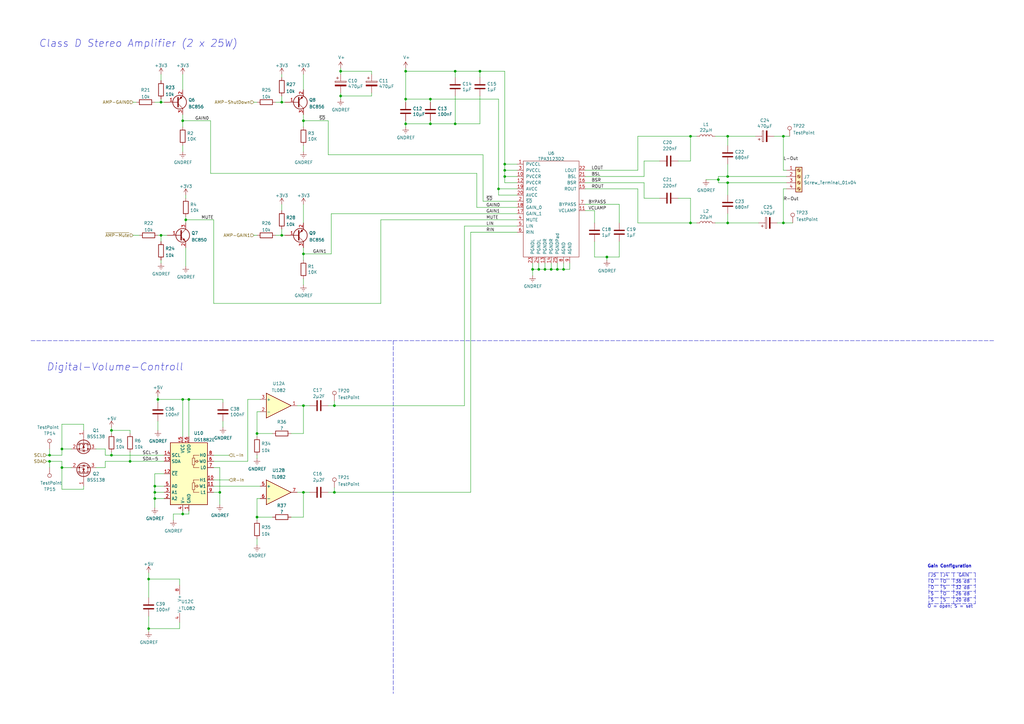
<source format=kicad_sch>
(kicad_sch (version 20211123) (generator eeschema)
  (paper "A3")
  (lib_symbols
    (symbol "Amplifier_Operational:TL082" (pin_names (offset 0.127))
      (property "Reference" "U" (at 0 5.08 0))
      (property "Value" "TL082" (at 0 -5.08 0))
      (symbol "TL082_1_1"
        (pin output line (at 7.62 0 180) (length 2.54) (name "~") (number "1"))
        (pin input line (at -7.62 -2.54 0) (length 2.54) (name "-") (number "2"))
        (pin input line (at -7.62 2.54 0) (length 2.54) (name "+") (number "3"))
      )
      (symbol "TL082_2_1"
        (pin input line (at -7.62 2.54 0) (length 2.54) (name "+") (number "5"))
        (pin input line (at -7.62 -2.54 0) (length 2.54) (name "-") (number "6"))
        (pin output line (at 7.62 0 180) (length 2.54) (name "~") (number "7"))
      )
      (symbol "TL082_3_1"
        (pin power_in line (at -2.54 -7.62 90) (length 3.81) (name "V-") (number "4"))
        (pin power_in line (at -2.54 7.62 270) (length 3.81) (name "V+") (number "8"))
      )
    )
    (symbol "Connector:Screw_Terminal_01x04" (pin_names (offset 1.016) hide)
      (property "Reference" "J" (at 0 5.08 0))
      (property "Value" "Screw_Terminal_01x04" (at 0 -7.62 0))
      (symbol "Screw_Terminal_01x04_1_1"
        (pin passive line (at -5.08 2.54 0) (length 3.81) (name "Pin_1") (number "1"))
        (pin passive line (at -5.08 0 0) (length 3.81) (name "Pin_2") (number "2"))
        (pin passive line (at -5.08 -2.54 0) (length 3.81) (name "Pin_3") (number "3"))
        (pin passive line (at -5.08 -5.08 0) (length 3.81) (name "Pin_4") (number "4"))
      )
    )
    (symbol "Connector:TestPoint" (pin_numbers hide) (pin_names (offset 0.762) hide)
      (property "Reference" "TP" (at 0 6.858 0))
      (property "Value" "TestPoint" (at 0 5.08 0))
      (symbol "TestPoint_1_1"
        (pin passive line (at 0 0 90) (length 2.54) (name "1") (number "1"))
      )
    )
    (symbol "Device:C" (pin_numbers hide) (pin_names (offset 0.254))
      (property "Reference" "C" (at 0.635 2.54 0))
      (property "Value" "C" (at 0.635 -2.54 0))
      (symbol "C_1_1"
        (pin passive line (at 0 3.81 270) (length 2.794) (name "~") (number "1"))
        (pin passive line (at 0 -3.81 90) (length 2.794) (name "~") (number "2"))
      )
    )
    (symbol "Device:CP" (pin_numbers hide) (pin_names (offset 0.254))
      (property "Reference" "C" (at 0.635 2.54 0))
      (property "Value" "Device_CP" (at 0.635 -2.54 0))
      (symbol "CP_1_1"
        (pin passive line (at 0 3.81 270) (length 2.794) (name "~") (number "1"))
        (pin passive line (at 0 -3.81 90) (length 2.794) (name "~") (number "2"))
      )
    )
    (symbol "Device:L" (pin_numbers hide) (pin_names (offset 1.016) hide)
      (property "Reference" "L" (at -1.27 0 90))
      (property "Value" "L" (at 1.905 0 90))
      (symbol "L_1_1"
        (pin passive line (at 0 3.81 270) (length 1.27) (name "1") (number "1"))
        (pin passive line (at 0 -3.81 90) (length 1.27) (name "2") (number "2"))
      )
    )
    (symbol "Device:R" (pin_numbers hide) (pin_names (offset 0))
      (property "Reference" "R" (at 2.032 0 90))
      (property "Value" "R" (at 0 0 90))
      (symbol "R_1_1"
        (pin passive line (at 0 3.81 270) (length 1.27) (name "~") (number "1"))
        (pin passive line (at 0 -3.81 90) (length 1.27) (name "~") (number "2"))
      )
    )
    (symbol "MyLib:V+" (power) (pin_names (offset 0))
      (property "Value" "MyLib_V+" (at 0 3.556 0))
      (symbol "V+_1_1"
        (pin power_in line (at 0 0 90) (length 0) hide (name "V+") (number "1"))
      )
    )
    (symbol "OfficeAmp:TPA3123D2" (pin_names (offset 1.016))
      (property "Reference" "U" (at -11.43 25.4 0))
      (property "Value" "TPA3123D2" (at -11.43 22.86 0))
      (symbol "TPA3123D2_1_1"
        (pin power_in line (at -13.97 20.32 0) (length 2.54) (name "PVCCL") (number "1"))
        (pin power_in line (at -13.97 15.24 0) (length 2.54) (name "PVCCR") (number "10"))
        (pin output line (at 13.97 1.27 180) (length 2.54) (name "VCLAMP") (number "11"))
        (pin power_in line (at -13.97 12.7 0) (length 2.54) (name "PVCCR") (number "12"))
        (pin power_in line (at -2.54 -20.32 90) (length 2.54) (name "PGNDR") (number "13"))
        (pin power_in line (at 0 -20.32 90) (length 2.54) (name "PGNDR") (number "14"))
        (pin output line (at 13.97 10.16 180) (length 2.54) (name "ROUT") (number "15"))
        (pin output line (at 13.97 12.7 180) (length 2.54) (name "BSR") (number "16"))
        (pin input line (at -13.97 0 0) (length 2.54) (name "GAIN_1") (number "17"))
        (pin input line (at -13.97 2.54 0) (length 2.54) (name "GAIN_0") (number "18"))
        (pin power_in line (at -13.97 10.16 0) (length 2.54) (name "AVCC") (number "19"))
        (pin input line (at -13.97 5.08 0) (length 2.54) (name "~{SD}") (number "2"))
        (pin power_in line (at -13.97 7.62 0) (length 2.54) (name "AVCC") (number "20"))
        (pin output line (at 13.97 15.24 180) (length 2.54) (name "BSL") (number "21"))
        (pin output line (at 13.97 17.78 180) (length 2.54) (name "LOUT") (number "22"))
        (pin power_in line (at -7.62 -20.32 90) (length 2.54) (name "PGNDL") (number "23"))
        (pin power_in line (at -5.08 -20.32 90) (length 2.54) (name "PGNDL") (number "24"))
        (pin power_in line (at 2.54 -20.32 90) (length 2.54) (name "PGNDPad") (number "25"))
        (pin power_in line (at -13.97 17.78 0) (length 2.54) (name "PVCCL") (number "3"))
        (pin input line (at -13.97 -2.54 0) (length 2.54) (name "MUTE") (number "4"))
        (pin input line (at -13.97 -5.08 0) (length 2.54) (name "LIN") (number "5"))
        (pin input line (at -13.97 -7.62 0) (length 2.54) (name "RIN") (number "6"))
        (pin output line (at 13.97 3.81 180) (length 2.54) (name "BYPASS") (number "7"))
        (pin power_in line (at 5.08 -20.32 90) (length 2.54) (name "AGND") (number "8"))
        (pin power_in line (at 7.62 -20.32 90) (length 2.54) (name "AGND") (number "9"))
      )
    )
    (symbol "Potentiometer_Digital:DS1882E"
      (property "Reference" "U" (at 6.35 13.97 0))
      (property "Value" "DS1882E" (at 5.08 -13.97 0))
      (symbol "DS1882E_1_1"
        (pin power_in line (at 0 -15.24 90) (length 2.54) (name "GND") (number "1"))
        (pin passive line (at 10.16 -2.54 180) (length 2.54) (name "H1") (number "10"))
        (pin passive line (at 10.16 -5.08 180) (length 2.54) (name "W1") (number "11"))
        (pin input line (at -10.16 0 0) (length 2.54) (name "~{CE}") (number "12"))
        (pin bidirectional line (at -10.16 5.08 0) (length 2.54) (name "SDA") (number "13"))
        (pin input line (at -10.16 7.62 0) (length 2.54) (name "SCL") (number "14"))
        (pin power_in line (at -2.54 15.24 270) (length 2.54) (name "VCC") (number "15"))
        (pin power_in line (at 0 15.24 270) (length 2.54) (name "VDD") (number "16"))
        (pin input line (at -10.16 -10.16 0) (length 2.54) (name "A2") (number "2"))
        (pin input line (at -10.16 -7.62 0) (length 2.54) (name "A1") (number "3"))
        (pin power_in line (at -2.54 -15.24 90) (length 2.54) (name "V-") (number "4"))
        (pin input line (at -10.16 -5.08 0) (length 2.54) (name "A0") (number "5"))
        (pin passive line (at 10.16 5.08 180) (length 2.54) (name "W0") (number "6"))
        (pin passive line (at 10.16 2.54 180) (length 2.54) (name "L0") (number "7"))
        (pin passive line (at 10.16 7.62 180) (length 2.54) (name "H0") (number "8"))
        (pin passive line (at 10.16 -7.62 180) (length 2.54) (name "L1") (number "9"))
      )
    )
    (symbol "Transistor_BJT:BC850" (pin_names (offset 0) hide)
      (property "Reference" "Q" (at 5.08 1.905 0))
      (property "Value" "BC850" (at 5.08 0 0))
      (symbol "BC850_1_1"
        (pin input line (at -5.08 0 0) (length 5.715) (name "B") (number "1"))
        (pin passive line (at 2.54 -5.08 90) (length 2.54) (name "E") (number "2"))
        (pin passive line (at 2.54 5.08 270) (length 2.54) (name "C") (number "3"))
      )
    )
    (symbol "Transistor_BJT:BC856" (pin_names (offset 0) hide)
      (property "Reference" "Q" (at 5.08 1.905 0))
      (property "Value" "BC856" (at 5.08 0 0))
      (symbol "BC856_1_1"
        (pin input line (at -5.08 0 0) (length 5.715) (name "B") (number "1"))
        (pin passive line (at 2.54 -5.08 90) (length 2.54) (name "E") (number "2"))
        (pin passive line (at 2.54 5.08 270) (length 2.54) (name "C") (number "3"))
      )
    )
    (symbol "Transistor_FET:BSS138" (pin_names hide)
      (property "Reference" "Q" (at 5.08 1.905 0))
      (property "Value" "BSS138" (at 5.08 0 0))
      (symbol "BSS138_1_1"
        (pin input line (at -5.08 0 0) (length 2.54) (name "G") (number "1"))
        (pin passive line (at 2.54 -5.08 90) (length 2.54) (name "S") (number "2"))
        (pin passive line (at 2.54 5.08 270) (length 2.54) (name "D") (number "3"))
      )
    )
    (symbol "power:+3V3" (power) (pin_names (offset 0))
      (property "Value" "+3V3" (at 0 3.556 0))
      (symbol "+3V3_1_1"
        (pin power_in line (at 0 0 90) (length 0) hide (name "+3V3") (number "1"))
      )
    )
    (symbol "power:+5V" (power) (pin_names (offset 0))
      (property "Value" "+5V" (at 0 3.556 0))
      (symbol "+5V_1_1"
        (pin power_in line (at 0 0 90) (length 0) hide (name "+5V") (number "1"))
      )
    )
    (symbol "power:GNDREF" (power) (pin_names (offset 0))
      (property "Value" "GNDREF" (at 0 -3.81 0))
      (symbol "GNDREF_1_1"
        (pin power_in line (at 0 0 270) (length 0) hide (name "GNDREF") (number "1"))
      )
    )
  )
  (junction (at 63.5 199.39))
  (junction (at 115.57 41.91))
  (junction (at 231.14 110.49))
  (junction (at 53.34 189.23))
  (junction (at 63.5 201.93))
  (junction (at 77.47 163.83))
  (junction (at 321.31 91.44))
  (junction (at 204.47 77.47))
  (junction (at 207.01 69.85))
  (junction (at 66.04 41.91))
  (junction (at 226.06 110.49))
  (junction (at 321.31 55.88))
  (junction (at 25.4 191.77))
  (junction (at 20.32 189.23))
  (junction (at 124.46 201.93))
  (junction (at 74.93 210.82))
  (junction (at 139.7 29.21))
  (junction (at 298.45 74.93))
  (junction (at 60.96 257.81))
  (junction (at 25.4 184.15))
  (junction (at 298.45 72.39))
  (junction (at 20.32 186.69))
  (junction (at 176.53 40.64))
  (junction (at 124.46 104.14))
  (junction (at 218.44 110.49))
  (junction (at 90.17 201.93))
  (junction (at 196.85 29.21))
  (junction (at 137.16 166.37))
  (junction (at 64.77 163.83))
  (junction (at 137.16 201.93))
  (junction (at 166.37 29.21))
  (junction (at 207.01 72.39))
  (junction (at 139.7 39.37))
  (junction (at 283.21 55.88))
  (junction (at 74.93 49.53))
  (junction (at 105.41 212.09))
  (junction (at 298.45 91.44))
  (junction (at 76.2 90.17))
  (junction (at 124.46 166.37))
  (junction (at 124.46 49.53))
  (junction (at 176.53 50.8))
  (junction (at 298.45 55.88))
  (junction (at 105.41 177.8))
  (junction (at 60.96 237.49))
  (junction (at 283.21 91.44))
  (junction (at 223.52 110.49))
  (junction (at 294.64 73.66))
  (junction (at 115.57 96.52))
  (junction (at 45.72 176.53))
  (junction (at 63.5 204.47))
  (junction (at 186.69 29.21))
  (junction (at 74.93 163.83))
  (junction (at 66.04 96.52))
  (junction (at 186.69 50.8))
  (junction (at 166.37 40.64))
  (junction (at 45.72 186.69))
  (junction (at 248.92 105.41))
  (junction (at 220.98 110.49))
  (junction (at 228.6 110.49))
  (junction (at 166.37 50.8))
  (junction (at 207.01 67.31))
  (wire (pts (xy 226.06 107.95) (xy 226.06 110.49)))
  (wire (pts (xy 53.34 176.53) (xy 53.34 177.8)))
  (wire (pts (xy 74.93 163.83) (xy 77.47 163.83)))
  (wire (pts (xy 124.46 201.93) (xy 124.46 212.09)))
  (wire (pts (xy 60.96 237.49) (xy 73.66 237.49)))
  (wire (pts (xy 115.57 96.52) (xy 116.84 96.52)))
  (wire (pts (xy 207.01 74.93) (xy 212.09 74.93)))
  (wire (pts (xy 204.47 40.64) (xy 176.53 40.64)))
  (wire (pts (xy 87.63 189.23) (xy 101.6 189.23)))
  (wire (pts (xy 115.57 83.82) (xy 115.57 86.36)))
  (wire (pts (xy 193.04 95.25) (xy 193.04 201.93)))
  (wire (pts (xy 139.7 29.21) (xy 139.7 30.48)))
  (wire (pts (xy 76.2 90.17) (xy 76.2 91.44)))
  (wire (pts (xy 25.4 184.15) (xy 25.4 186.69)))
  (wire (pts (xy 86.36 71.12) (xy 195.58 71.12)))
  (wire (pts (xy 87.63 196.85) (xy 93.98 196.85)))
  (wire (pts (xy 294.64 72.39) (xy 298.45 72.39)))
  (wire (pts (xy 176.53 41.91) (xy 176.53 40.64)))
  (wire (pts (xy 45.72 176.53) (xy 45.72 177.8)))
  (wire (pts (xy 87.63 199.39) (xy 106.68 199.39)))
  (wire (pts (xy 25.4 173.99) (xy 34.29 173.99)))
  (wire (pts (xy 34.29 173.99) (xy 34.29 176.53)))
  (wire (pts (xy 294.64 73.66) (xy 294.64 74.93)))
  (wire (pts (xy 74.93 46.99) (xy 74.93 49.53)))
  (polyline (pts (xy 381 234.95) (xy 400.05 234.95)))
  (wire (pts (xy 101.6 163.83) (xy 106.68 163.83)))
  (wire (pts (xy 231.14 107.95) (xy 231.14 110.49)))
  (wire (pts (xy 248.92 105.41) (xy 254 105.41)))
  (wire (pts (xy 105.41 212.09) (xy 111.76 212.09)))
  (wire (pts (xy 204.47 77.47) (xy 204.47 40.64)))
  (wire (pts (xy 39.37 184.15) (xy 43.18 184.15)))
  (wire (pts (xy 76.2 80.01) (xy 76.2 81.28)))
  (wire (pts (xy 119.38 212.09) (xy 124.46 212.09)))
  (wire (pts (xy 25.4 184.15) (xy 25.4 173.99)))
  (wire (pts (xy 60.96 252.73) (xy 60.96 257.81)))
  (wire (pts (xy 105.41 168.91) (xy 106.68 168.91)))
  (wire (pts (xy 318.77 91.44) (xy 321.31 91.44)))
  (wire (pts (xy 176.53 49.53) (xy 176.53 50.8)))
  (wire (pts (xy 20.32 184.15) (xy 20.32 186.69)))
  (wire (pts (xy 298.45 55.88) (xy 309.88 55.88)))
  (wire (pts (xy 137.16 200.025) (xy 137.16 201.93)))
  (wire (pts (xy 240.03 86.36) (xy 243.84 86.36)))
  (wire (pts (xy 63.5 204.47) (xy 67.31 204.47)))
  (wire (pts (xy 134.62 49.53) (xy 134.62 63.5)))
  (wire (pts (xy 166.37 29.21) (xy 186.69 29.21)))
  (wire (pts (xy 166.37 27.94) (xy 166.37 29.21)))
  (wire (pts (xy 71.12 210.82) (xy 74.93 210.82)))
  (wire (pts (xy 45.72 175.26) (xy 45.72 176.53)))
  (wire (pts (xy 264.16 66.04) (xy 270.51 66.04)))
  (wire (pts (xy 264.16 74.93) (xy 264.16 81.28)))
  (wire (pts (xy 74.93 59.69) (xy 74.93 62.23)))
  (wire (pts (xy 105.41 204.47) (xy 105.41 212.09)))
  (wire (pts (xy 64.77 163.83) (xy 64.77 165.1)))
  (wire (pts (xy 223.52 107.95) (xy 223.52 110.49)))
  (wire (pts (xy 45.72 186.69) (xy 67.31 186.69)))
  (wire (pts (xy 63.5 41.91) (xy 66.04 41.91)))
  (wire (pts (xy 166.37 49.53) (xy 166.37 50.8)))
  (wire (pts (xy 20.32 189.23) (xy 20.32 191.77)))
  (wire (pts (xy 137.16 164.465) (xy 137.16 166.37)))
  (wire (pts (xy 240.03 72.39) (xy 264.16 72.39)))
  (wire (pts (xy 53.34 185.42) (xy 53.34 189.23)))
  (wire (pts (xy 294.64 72.39) (xy 294.64 73.66)))
  (wire (pts (xy 105.41 177.8) (xy 111.76 177.8)))
  (wire (pts (xy 91.44 163.83) (xy 91.44 165.1)))
  (wire (pts (xy 25.4 184.15) (xy 29.21 184.15)))
  (wire (pts (xy 261.62 69.85) (xy 261.62 55.88)))
  (wire (pts (xy 63.5 199.39) (xy 63.5 194.31)))
  (wire (pts (xy 121.92 166.37) (xy 124.46 166.37)))
  (wire (pts (xy 207.01 72.39) (xy 207.01 74.93)))
  (wire (pts (xy 66.04 96.52) (xy 68.58 96.52)))
  (wire (pts (xy 66.04 41.91) (xy 67.31 41.91)))
  (wire (pts (xy 186.69 29.21) (xy 186.69 31.75)))
  (wire (pts (xy 196.85 29.21) (xy 207.01 29.21)))
  (wire (pts (xy 283.21 81.28) (xy 283.21 91.44)))
  (wire (pts (xy 43.18 186.69) (xy 45.72 186.69)))
  (wire (pts (xy 60.96 237.49) (xy 60.96 245.11)))
  (wire (pts (xy 63.5 201.93) (xy 67.31 201.93)))
  (wire (pts (xy 220.98 110.49) (xy 223.52 110.49)))
  (wire (pts (xy 166.37 40.64) (xy 166.37 41.91)))
  (wire (pts (xy 254 105.41) (xy 254 99.06)))
  (wire (pts (xy 298.45 72.39) (xy 322.58 72.39)))
  (wire (pts (xy 264.16 72.39) (xy 264.16 66.04)))
  (wire (pts (xy 113.03 41.91) (xy 115.57 41.91)))
  (wire (pts (xy 91.44 172.72) (xy 91.44 175.26)))
  (wire (pts (xy 156.21 90.17) (xy 156.21 124.46)))
  (wire (pts (xy 207.01 67.31) (xy 207.01 69.85)))
  (wire (pts (xy 19.05 186.69) (xy 20.32 186.69)))
  (wire (pts (xy 298.45 87.63) (xy 298.45 91.44)))
  (wire (pts (xy 124.46 114.3) (xy 124.46 116.84)))
  (wire (pts (xy 231.14 110.49) (xy 233.68 110.49)))
  (wire (pts (xy 317.5 55.88) (xy 321.31 55.88)))
  (wire (pts (xy 77.47 163.83) (xy 91.44 163.83)))
  (wire (pts (xy 196.85 29.21) (xy 196.85 31.75)))
  (polyline (pts (xy 381 245.11) (xy 400.05 245.11)))
  (wire (pts (xy 152.4 29.21) (xy 152.4 30.48)))
  (wire (pts (xy 60.96 257.81) (xy 60.96 259.08)))
  (polyline (pts (xy 381 242.57) (xy 400.05 242.57)))
  (wire (pts (xy 25.4 200.66) (xy 34.29 200.66)))
  (wire (pts (xy 105.41 168.91) (xy 105.41 177.8)))
  (wire (pts (xy 198.12 63.5) (xy 134.62 63.5)))
  (wire (pts (xy 104.14 96.52) (xy 105.41 96.52)))
  (wire (pts (xy 223.52 110.49) (xy 226.06 110.49)))
  (wire (pts (xy 248.92 105.41) (xy 248.92 106.68)))
  (wire (pts (xy 139.7 27.94) (xy 139.7 29.21)))
  (wire (pts (xy 196.85 50.8) (xy 186.69 50.8)))
  (wire (pts (xy 321.31 77.47) (xy 322.58 77.47)))
  (wire (pts (xy 73.66 237.49) (xy 73.66 240.03)))
  (wire (pts (xy 135.89 87.63) (xy 135.89 104.14)))
  (wire (pts (xy 43.18 184.15) (xy 43.18 186.69)))
  (polyline (pts (xy 391.16 234.95) (xy 391.16 247.65)))
  (polyline (pts (xy 381 247.65) (xy 400.05 247.65)))
  (wire (pts (xy 101.6 189.23) (xy 101.6 163.83)))
  (wire (pts (xy 166.37 29.21) (xy 166.37 40.64)))
  (wire (pts (xy 20.32 189.23) (xy 25.4 189.23)))
  (wire (pts (xy 240.03 83.82) (xy 254 83.82)))
  (wire (pts (xy 124.46 104.14) (xy 135.89 104.14)))
  (wire (pts (xy 124.46 201.93) (xy 127 201.93)))
  (wire (pts (xy 87.63 191.77) (xy 90.17 191.77)))
  (wire (pts (xy 73.66 255.27) (xy 73.66 257.81)))
  (wire (pts (xy 264.16 81.28) (xy 270.51 81.28)))
  (wire (pts (xy 212.09 72.39) (xy 207.01 72.39)))
  (wire (pts (xy 90.17 191.77) (xy 90.17 201.93)))
  (wire (pts (xy 20.32 186.69) (xy 25.4 186.69)))
  (wire (pts (xy 54.61 96.52) (xy 57.15 96.52)))
  (wire (pts (xy 228.6 110.49) (xy 231.14 110.49)))
  (wire (pts (xy 66.04 106.68) (xy 66.04 107.95)))
  (wire (pts (xy 298.45 59.69) (xy 298.45 55.88)))
  (wire (pts (xy 90.17 201.93) (xy 90.17 207.01)))
  (wire (pts (xy 87.63 201.93) (xy 90.17 201.93)))
  (wire (pts (xy 63.5 208.28) (xy 63.5 204.47)))
  (wire (pts (xy 124.46 49.53) (xy 124.46 52.07)))
  (wire (pts (xy 261.62 91.44) (xy 283.21 91.44)))
  (wire (pts (xy 137.16 166.37) (xy 190.5 166.37)))
  (wire (pts (xy 87.63 90.17) (xy 87.63 124.46)))
  (wire (pts (xy 186.69 50.8) (xy 176.53 50.8)))
  (wire (pts (xy 212.09 67.31) (xy 207.01 67.31)))
  (wire (pts (xy 278.13 66.04) (xy 283.21 66.04)))
  (wire (pts (xy 104.14 41.91) (xy 105.41 41.91)))
  (wire (pts (xy 186.69 39.37) (xy 186.69 50.8)))
  (wire (pts (xy 186.69 29.21) (xy 196.85 29.21)))
  (wire (pts (xy 240.03 74.93) (xy 264.16 74.93)))
  (wire (pts (xy 240.03 69.85) (xy 261.62 69.85)))
  (wire (pts (xy 115.57 41.91) (xy 116.84 41.91)))
  (wire (pts (xy 124.46 83.82) (xy 124.46 91.44)))
  (wire (pts (xy 166.37 40.64) (xy 176.53 40.64)))
  (wire (pts (xy 43.18 191.77) (xy 43.18 189.23)))
  (wire (pts (xy 204.47 80.01) (xy 204.47 77.47)))
  (wire (pts (xy 322.58 69.85) (xy 321.31 69.85)))
  (wire (pts (xy 105.41 212.09) (xy 105.41 213.36)))
  (wire (pts (xy 124.46 166.37) (xy 127 166.37)))
  (wire (pts (xy 198.12 82.55) (xy 212.09 82.55)))
  (wire (pts (xy 196.85 39.37) (xy 196.85 50.8)))
  (wire (pts (xy 74.93 30.48) (xy 74.93 36.83)))
  (wire (pts (xy 64.77 172.72) (xy 64.77 176.53)))
  (wire (pts (xy 113.03 96.52) (xy 115.57 96.52)))
  (wire (pts (xy 218.44 113.03) (xy 218.44 110.49)))
  (wire (pts (xy 87.63 186.69) (xy 93.98 186.69)))
  (wire (pts (xy 139.7 39.37) (xy 139.7 40.64)))
  (wire (pts (xy 121.92 201.93) (xy 124.46 201.93)))
  (wire (pts (xy 240.03 77.47) (xy 261.62 77.47)))
  (wire (pts (xy 228.6 107.95) (xy 228.6 110.49)))
  (wire (pts (xy 218.44 110.49) (xy 220.98 110.49)))
  (wire (pts (xy 283.21 55.88) (xy 285.75 55.88)))
  (wire (pts (xy 64.77 96.52) (xy 66.04 96.52)))
  (wire (pts (xy 105.41 220.98) (xy 105.41 223.52)))
  (wire (pts (xy 298.45 67.31) (xy 298.45 72.39)))
  (wire (pts (xy 195.58 85.09) (xy 212.09 85.09)))
  (polyline (pts (xy 381 237.49) (xy 400.05 237.49)))
  (wire (pts (xy 25.4 191.77) (xy 29.21 191.77)))
  (wire (pts (xy 77.47 210.82) (xy 77.47 209.55)))
  (wire (pts (xy 119.38 177.8) (xy 124.46 177.8)))
  (wire (pts (xy 74.93 210.82) (xy 74.93 209.55)))
  (polyline (pts (xy 386.08 234.95) (xy 386.08 247.65)))
  (wire (pts (xy 243.84 105.41) (xy 248.92 105.41)))
  (wire (pts (xy 115.57 93.98) (xy 115.57 96.52)))
  (wire (pts (xy 74.93 210.82) (xy 77.47 210.82)))
  (wire (pts (xy 190.5 92.71) (xy 190.5 166.37)))
  (wire (pts (xy 261.62 77.47) (xy 261.62 91.44)))
  (wire (pts (xy 64.77 162.56) (xy 64.77 163.83)))
  (wire (pts (xy 176.53 50.8) (xy 166.37 50.8)))
  (wire (pts (xy 74.93 163.83) (xy 74.93 179.07)))
  (wire (pts (xy 190.5 92.71) (xy 212.09 92.71)))
  (wire (pts (xy 321.31 91.44) (xy 325.12 91.44)))
  (wire (pts (xy 283.21 66.04) (xy 283.21 55.88)))
  (wire (pts (xy 76.2 90.17) (xy 87.63 90.17)))
  (wire (pts (xy 294.64 74.93) (xy 298.45 74.93)))
  (wire (pts (xy 25.4 189.23) (xy 25.4 191.77)))
  (wire (pts (xy 53.34 189.23) (xy 67.31 189.23)))
  (wire (pts (xy 134.62 166.37) (xy 137.16 166.37)))
  (wire (pts (xy 321.31 55.88) (xy 323.85 55.88)))
  (wire (pts (xy 76.2 88.9) (xy 76.2 90.17)))
  (wire (pts (xy 156.21 90.17) (xy 212.09 90.17)))
  (wire (pts (xy 63.5 201.93) (xy 63.5 199.39)))
  (wire (pts (xy 115.57 30.48) (xy 115.57 31.75)))
  (wire (pts (xy 45.72 176.53) (xy 53.34 176.53)))
  (polyline (pts (xy 381 240.03) (xy 400.05 240.03)))
  (wire (pts (xy 293.37 55.88) (xy 298.45 55.88)))
  (wire (pts (xy 261.62 55.88) (xy 283.21 55.88)))
  (wire (pts (xy 25.4 191.77) (xy 25.4 200.66)))
  (wire (pts (xy 139.7 29.21) (xy 152.4 29.21)))
  (polyline (pts (xy 12.7 139.7) (xy 161.29 139.7)))
  (wire (pts (xy 152.4 39.37) (xy 139.7 39.37)))
  (wire (pts (xy 76.2 101.6) (xy 76.2 109.22)))
  (wire (pts (xy 74.93 49.53) (xy 86.36 49.53)))
  (wire (pts (xy 87.63 124.46) (xy 156.21 124.46)))
  (wire (pts (xy 124.46 166.37) (xy 124.46 177.8)))
  (wire (pts (xy 77.47 163.83) (xy 77.47 179.07)))
  (wire (pts (xy 34.29 200.66) (xy 34.29 199.39)))
  (wire (pts (xy 54.61 41.91) (xy 55.88 41.91)))
  (wire (pts (xy 321.31 69.85) (xy 321.31 55.88)))
  (wire (pts (xy 73.66 257.81) (xy 60.96 257.81)))
  (wire (pts (xy 152.4 38.1) (xy 152.4 39.37)))
  (wire (pts (xy 124.46 104.14) (xy 124.46 106.68)))
  (wire (pts (xy 43.18 189.23) (xy 53.34 189.23)))
  (wire (pts (xy 124.46 101.6) (xy 124.46 104.14)))
  (wire (pts (xy 198.12 82.55) (xy 198.12 63.5)))
  (wire (pts (xy 218.44 107.95) (xy 218.44 110.49)))
  (wire (pts (xy 124.46 46.99) (xy 124.46 49.53)))
  (wire (pts (xy 124.46 30.48) (xy 124.46 36.83)))
  (wire (pts (xy 115.57 39.37) (xy 115.57 41.91)))
  (wire (pts (xy 212.09 69.85) (xy 207.01 69.85)))
  (wire (pts (xy 298.45 80.01) (xy 298.45 74.93)))
  (wire (pts (xy 321.31 91.44) (xy 321.31 77.47)))
  (wire (pts (xy 105.41 186.69) (xy 105.41 187.96)))
  (wire (pts (xy 207.01 29.21) (xy 207.01 67.31)))
  (polyline (pts (xy 400.05 234.95) (xy 400.05 247.65)))
  (wire (pts (xy 66.04 40.64) (xy 66.04 41.91)))
  (wire (pts (xy 63.5 204.47) (xy 63.5 201.93)))
  (polyline (pts (xy 161.29 139.7) (xy 161.29 284.48)))
  (wire (pts (xy 212.09 80.01) (xy 204.47 80.01)))
  (wire (pts (xy 63.5 199.39) (xy 67.31 199.39)))
  (wire (pts (xy 278.13 81.28) (xy 283.21 81.28)))
  (wire (pts (xy 66.04 30.48) (xy 66.04 33.02)))
  (wire (pts (xy 212.09 77.47) (xy 204.47 77.47)))
  (wire (pts (xy 39.37 191.77) (xy 43.18 191.77)))
  (wire (pts (xy 220.98 107.95) (xy 220.98 110.49)))
  (wire (pts (xy 71.12 213.36) (xy 71.12 210.82)))
  (wire (pts (xy 166.37 50.8) (xy 166.37 52.07)))
  (wire (pts (xy 294.64 73.66) (xy 289.56 73.66)))
  (wire (pts (xy 298.45 91.44) (xy 311.15 91.44)))
  (wire (pts (xy 195.58 71.12) (xy 195.58 85.09)))
  (wire (pts (xy 283.21 91.44) (xy 285.75 91.44)))
  (wire (pts (xy 212.09 95.25) (xy 193.04 95.25)))
  (wire (pts (xy 137.16 201.93) (xy 193.04 201.93)))
  (wire (pts (xy 60.96 234.95) (xy 60.96 237.49)))
  (wire (pts (xy 74.93 49.53) (xy 74.93 52.07)))
  (wire (pts (xy 105.41 204.47) (xy 106.68 204.47)))
  (wire (pts (xy 226.06 110.49) (xy 228.6 110.49)))
  (wire (pts (xy 63.5 194.31) (xy 67.31 194.31)))
  (wire (pts (xy 254 83.82) (xy 254 91.44)))
  (wire (pts (xy 124.46 59.69) (xy 124.46 62.23)))
  (wire (pts (xy 124.46 49.53) (xy 134.62 49.53)))
  (wire (pts (xy 86.36 49.53) (xy 86.36 71.12)))
  (wire (pts (xy 19.05 189.23) (xy 20.32 189.23)))
  (wire (pts (xy 298.45 74.93) (xy 322.58 74.93)))
  (wire (pts (xy 243.84 99.06) (xy 243.84 105.41)))
  (wire (pts (xy 135.89 87.63) (xy 212.09 87.63)))
  (wire (pts (xy 134.62 201.93) (xy 137.16 201.93)))
  (wire (pts (xy 233.68 110.49) (xy 233.68 107.95)))
  (wire (pts (xy 139.7 38.1) (xy 139.7 39.37)))
  (polyline (pts (xy 161.29 139.7) (xy 407.67 139.7)))
  (wire (pts (xy 207.01 69.85) (xy 207.01 72.39)))
  (wire (pts (xy 45.72 185.42) (xy 45.72 186.69)))
  (polyline (pts (xy 381 234.95) (xy 381 247.65)))
  (wire (pts (xy 293.37 91.44) (xy 298.45 91.44)))
  (wire (pts (xy 105.41 177.8) (xy 105.41 179.07)))
  (wire (pts (xy 64.77 163.83) (xy 74.93 163.83)))
  (wire (pts (xy 66.04 96.52) (xy 66.04 99.06)))
  (wire (pts (xy 243.84 86.36) (xy 243.84 91.44)))
  (text "26 dB" (at 391.795 244.475 0) (effects (font (size 1.27 1.27)) (justify left bottom)))
  (text "S" (at 381.635 247.015 0) (effects (font (size 1.27 1.27)) (justify left bottom)))
  (text "Gain Configuration" (at 380.365 233.045 0) (effects (font (size 1.27 1.27) (thickness 0.254) bold) (justify left bottom)))
  (text "Class D Stereo Amplifier (2 x 25W)" (at 15.875 19.685 0) (effects (font (size 2.9972 2.9972) italic) (justify left bottom)))
  (text "GAIN" (at 393.065 236.855 0) (effects (font (size 1.27 1.27)) (justify left bottom)))
  (text "S" (at 386.715 247.015 0) (effects (font (size 1.27 1.27)) (justify left bottom)))
  (text "S" (at 386.715 241.935 0) (effects (font (size 1.27 1.27)) (justify left bottom)))
  (text "J4\n" (at 386.715 236.855 0) (effects (font (size 1.27 1.27)) (justify left bottom)))
  (text "O" (at 381.635 239.395 0) (effects (font (size 1.27 1.27)) (justify left bottom)))
  (text "36 dB" (at 391.795 239.395 0) (effects (font (size 1.27 1.27)) (justify left bottom)))
  (text "Digital-Volume-Controll" (at 19.05 152.4 0) (effects (font (size 2.9972 2.9972) italic) (justify left bottom)))
  (text "J5" (at 381.635 236.855 0) (effects (font (size 1.27 1.27)) (justify left bottom)))
  (text "O" (at 386.715 239.395 0) (effects (font (size 1.27 1.27)) (justify left bottom)))
  (text "20 dB" (at 391.795 247.015 0) (effects (font (size 1.27 1.27)) (justify left bottom)))
  (text "O" (at 386.715 244.475 0) (effects (font (size 1.27 1.27)) (justify left bottom)))
  (text "S" (at 381.635 244.475 0) (effects (font (size 1.27 1.27)) (justify left bottom)))
  (text "32 dB" (at 391.795 241.935 0) (effects (font (size 1.27 1.27)) (justify left bottom)))
  (text "O = open; S = set" (at 380.365 249.555 0) (effects (font (size 1.27 1.27)) (justify left bottom)))
  (text "O" (at 381.635 241.935 0) (effects (font (size 1.27 1.27)) (justify left bottom)))
  (label "RIN" (at 199.39 95.25 0))
  (label "BSR" (at 242.57 74.93 0))
  (label "SCL-5" (at 58.42 186.69 0))
  (label "VCLAMP" (at 241.3 86.36 0))
  (label "BSL" (at 242.57 72.39 0))
  (label "GAIN1" (at 199.39 87.63 0))
  (label "SDA-5" (at 58.42 189.23 0))
  (label "~{SD}" (at 199.39 82.55 0))
  (label "LIN" (at 199.39 92.71 0))
  (label "GAIN0" (at 80.01 49.53 0))
  (label "~{SD}" (at 130.81 49.53 0))
  (label "GAIN0" (at 199.39 85.09 0))
  (label "ROUT" (at 242.57 77.47 0))
  (label "MUTE" (at 82.55 90.17 0))
  (label "MUTE" (at 199.39 90.17 0))
  (label "LOUT" (at 242.57 69.85 0))
  (label "GAIN1" (at 128.27 104.14 0))
  (label "L-Out" (at 321.31 66.04 0))
  (label "R-Out" (at 321.31 82.55 0))
  (label "BYPASS" (at 241.3 83.82 0))
  (hierarchical_label "AMP-GAIN0" (shape input) (at 54.61 41.91 180))
  (hierarchical_label "AMP-GAIN1" (shape input) (at 104.14 96.52 180))
  (hierarchical_label "L-In" (shape input) (at 93.98 186.69 0))
  (hierarchical_label "AMP-ShutDown" (shape input) (at 104.14 41.91 180))
  (hierarchical_label "R-In" (shape input) (at 93.98 196.85 0))
  (hierarchical_label "~{AMP-Mute}" (shape input) (at 54.61 96.52 180))
  (hierarchical_label "SCL" (shape input) (at 19.05 186.69 180))
  (hierarchical_label "SDA" (shape input) (at 19.05 189.23 180))
  (symbol (lib_id "OfficeAmp:TPA3123D2") (at 226.06 87.63 0) (unit 1)
    (property "Reference" "U6" (at 226.06 62.865 0))
    (property "Value" "TPA3123D2" (at 226.06 65.1764 0))
    (property "Footprint" "Package_SO:HTSSOP-24-1EP_4.4x7.8mm_P0.65mm_EP3.4x7.8mm_Mask2.4x4.68mm_ThermalVias" (effects hide))
    (property "Datasheet" "https://www.ti.com/lit/gpn/tpa3123d2" (effects hide))
  )
  (symbol (lib_id "MyLib:V+") (at 139.7 27.94 0) (unit 1)
    (property "Reference" "#PWR02" (effects hide))
    (property "Value" "V+" (at 140.081 23.5458 0))
  )
  (symbol (lib_id "Device:CP") (at 139.7 34.29 0) (unit 1)
    (property "Reference" "C10" (at 142.6972 33.1216 0) (effects (justify left)))
    (property "Value" "470µF" (at 142.6972 35.433 0) (effects (justify left)))
    (property "Footprint" "Capacitor_THT:CP_Radial_D10.0mm_P5.00mm" (effects hide))
    (property "Datasheet" "https://www.mouser.de/datasheet/2/293/e_ufw-1511690.pdf" (effects hide))
    (property "Manufactorer" "nichicon" (effects hide))
    (property "Part No" "UFW1H471MHD" (effects hide))
  )
  (symbol (lib_id "power:GNDREF") (at 139.7 40.64 0) (unit 1)
    (property "Reference" "#PWR03" (effects hide))
    (property "Value" "GNDREF" (at 139.827 45.0342 0))
  )
  (symbol (lib_id "Device:C") (at 186.69 35.56 0) (unit 1)
    (property "Reference" "C14" (at 189.611 34.3916 0) (effects (justify left)))
    (property "Value" "1µF" (at 189.611 36.703 0) (effects (justify left)))
    (property "Footprint" "Capacitor_SMD:C_0805_2012Metric_Pad1.18x1.45mm_HandSolder" (effects hide))
  )
  (symbol (lib_id "Device:C") (at 196.85 35.56 0) (unit 1)
    (property "Reference" "C15" (at 199.771 34.3916 0) (effects (justify left)))
    (property "Value" "1µF" (at 199.771 36.703 0) (effects (justify left)))
    (property "Footprint" "Capacitor_SMD:C_0805_2012Metric_Pad1.18x1.45mm_HandSolder" (effects hide))
  )
  (symbol (lib_id "Device:C") (at 166.37 45.72 0) (unit 1)
    (property "Reference" "C12" (at 169.291 44.5516 0) (effects (justify left)))
    (property "Value" "10µF" (at 169.291 46.863 0) (effects (justify left)))
    (property "Footprint" "Capacitor_SMD:C_0805_2012Metric_Pad1.18x1.45mm_HandSolder" (effects hide))
  )
  (symbol (lib_id "Device:C") (at 176.53 45.72 0) (unit 1)
    (property "Reference" "C13" (at 179.451 44.5516 0) (effects (justify left)))
    (property "Value" "100nF" (at 179.451 46.863 0) (effects (justify left)))
    (property "Footprint" "Capacitor_SMD:C_0805_2012Metric_Pad1.18x1.45mm_HandSolder" (effects hide))
  )
  (symbol (lib_id "MyLib:V+") (at 166.37 27.94 0) (unit 1)
    (property "Reference" "#PWR06" (effects hide))
    (property "Value" "V+" (at 166.751 23.5458 0))
  )
  (symbol (lib_id "power:GNDREF") (at 166.37 52.07 0) (unit 1)
    (property "Reference" "#PWR07" (effects hide))
    (property "Value" "GNDREF" (at 166.497 56.4642 0))
  )
  (symbol (lib_id "Device:R") (at 124.46 55.88 0) (unit 1)
    (property "Reference" "R3" (at 126.238 54.7116 0) (effects (justify left)))
    (property "Value" "10K" (at 126.238 57.023 0) (effects (justify left)))
    (property "Footprint" "Resistor_SMD:R_0805_2012Metric_Pad1.20x1.40mm_HandSolder" (effects hide))
  )
  (symbol (lib_id "Device:R") (at 74.93 55.88 0) (unit 1)
    (property "Reference" "R2" (at 76.708 54.7116 0) (effects (justify left)))
    (property "Value" "10K" (at 76.708 57.023 0) (effects (justify left)))
    (property "Footprint" "Resistor_SMD:R_0805_2012Metric_Pad1.20x1.40mm_HandSolder" (effects hide))
  )
  (symbol (lib_id "Device:R") (at 124.46 110.49 0) (unit 1)
    (property "Reference" "R1" (at 126.238 109.3216 0) (effects (justify left)))
    (property "Value" "10K" (at 126.238 111.633 0) (effects (justify left)))
    (property "Footprint" "Resistor_SMD:R_0805_2012Metric_Pad1.20x1.40mm_HandSolder" (effects hide))
  )
  (symbol (lib_id "Device:R") (at 76.2 85.09 0) (unit 1)
    (property "Reference" "R4" (at 77.978 83.9216 0) (effects (justify left)))
    (property "Value" "10k" (at 77.978 86.233 0) (effects (justify left)))
    (property "Footprint" "Resistor_SMD:R_0805_2012Metric_Pad1.20x1.40mm_HandSolder" (effects hide))
  )
  (symbol (lib_id "power:GNDREF") (at 218.44 113.03 0) (unit 1)
    (property "Reference" "#PWR010" (effects hide))
    (property "Value" "GNDREF" (at 218.567 117.4242 0))
  )
  (symbol (lib_id "Device:C") (at 130.81 201.93 270) (unit 1)
    (property "Reference" "C16" (at 128.27 194.31 90) (effects (justify left)))
    (property "Value" "2µ2F" (at 128.27 196.85 90) (effects (justify left)))
    (property "Footprint" "Capacitor_SMD:C_0805_2012Metric_Pad1.18x1.45mm_HandSolder" (effects hide))
  )
  (symbol (lib_id "Device:C") (at 130.81 166.37 270) (unit 1)
    (property "Reference" "C17" (at 128.27 160.02 90) (effects (justify left)))
    (property "Value" "2µ2F" (at 128.27 162.56 90) (effects (justify left)))
    (property "Footprint" "Capacitor_SMD:C_0805_2012Metric_Pad1.18x1.45mm_HandSolder" (effects hide))
  )
  (symbol (lib_id "Device:C") (at 243.84 95.25 0) (unit 1)
    (property "Reference" "C18" (at 246.761 94.0816 0) (effects (justify left)))
    (property "Value" "1µF" (at 246.761 96.393 0) (effects (justify left)))
    (property "Footprint" "Capacitor_SMD:C_0805_2012Metric_Pad1.18x1.45mm_HandSolder" (effects hide))
  )
  (symbol (lib_id "Device:C") (at 254 95.25 0) (unit 1)
    (property "Reference" "C19" (at 256.921 94.0816 0) (effects (justify left)))
    (property "Value" "1µF" (at 256.921 96.393 0) (effects (justify left)))
    (property "Footprint" "Capacitor_SMD:C_0805_2012Metric_Pad1.18x1.45mm_HandSolder" (effects hide))
  )
  (symbol (lib_id "power:GNDREF") (at 248.92 106.68 0) (unit 1)
    (property "Reference" "#PWR011" (effects hide))
    (property "Value" "GNDREF" (at 249.047 111.0742 0))
  )
  (symbol (lib_id "Device:C") (at 274.32 66.04 270) (unit 1)
    (property "Reference" "C20" (at 271.78 58.42 90) (effects (justify left)))
    (property "Value" "220nF" (at 271.78 60.96 90) (effects (justify left)))
    (property "Footprint" "Capacitor_SMD:C_0805_2012Metric_Pad1.18x1.45mm_HandSolder" (effects hide))
  )
  (symbol (lib_id "Device:C") (at 274.32 81.28 270) (unit 1)
    (property "Reference" "C21" (at 271.78 73.66 90) (effects (justify left)))
    (property "Value" "220nF" (at 271.78 76.2 90) (effects (justify left)))
    (property "Footprint" "Capacitor_SMD:C_0805_2012Metric_Pad1.18x1.45mm_HandSolder" (effects hide))
  )
  (symbol (lib_id "Device:L") (at 289.56 55.88 90) (unit 1)
    (property "Reference" "L1" (at 289.56 51.054 90))
    (property "Value" "22µH" (at 289.56 53.3654 90))
    (property "Footprint" "office_amp:L_Bourns-PM5022" (effects hide))
    (property "Datasheet" "https://www.mouser.de/datasheet/2/54/pm5022_series-268734.pdf" (effects hide))
    (property "Manufacturer" "Bourns" (effects hide))
    (property "Part No" "PM5022-220M-RC" (effects hide))
  )
  (symbol (lib_id "Device:CP") (at 313.69 55.88 90) (unit 1)
    (property "Reference" "C24" (at 313.69 49.403 90))
    (property "Value" "470µF" (at 313.69 51.7144 90))
    (property "Footprint" "Capacitor_THT:CP_Radial_D10.0mm_P5.00mm" (effects hide))
    (property "Datasheet" "https://www.mouser.de/datasheet/2/293/e_ufw-1511690.pdf" (effects hide))
    (property "Manufactorer" "nichicon" (effects hide))
    (property "Part No" "UFW1H471MHD" (effects hide))
  )
  (symbol (lib_id "Connector:Screw_Terminal_01x04") (at 327.66 72.39 0) (unit 1)
    (property "Reference" "J7" (at 329.692 72.5932 0) (effects (justify left)))
    (property "Value" "Screw_Terminal_01x04" (at 329.692 74.9046 0) (effects (justify left)))
    (property "Footprint" "TerminalBlock_RND:TerminalBlock_RND_205-00003_1x04_P5.00mm_Horizontal" (effects hide))
  )
  (symbol (lib_id "power:GNDREF") (at 289.56 73.66 0) (unit 1)
    (property "Reference" "#PWR012" (effects hide))
    (property "Value" "GNDREF" (at 289.687 78.0542 0))
  )
  (symbol (lib_id "Device:C") (at 298.45 63.5 0) (unit 1)
    (property "Reference" "C22" (at 301.371 62.3316 0) (effects (justify left)))
    (property "Value" "680nF" (at 301.371 64.643 0) (effects (justify left)))
    (property "Footprint" "Capacitor_THT:C_Rect_L7.2mm_W4.5mm_P5.00mm_FKS2_FKP2_MKS2_MKP2" (effects hide))
  )
  (symbol (lib_id "Device:C") (at 298.45 83.82 0) (unit 1)
    (property "Reference" "C23" (at 301.371 82.6516 0) (effects (justify left)))
    (property "Value" "680nF" (at 301.371 84.963 0) (effects (justify left)))
    (property "Footprint" "Capacitor_THT:C_Rect_L7.2mm_W4.5mm_P5.00mm_FKS2_FKP2_MKS2_MKP2" (effects hide))
  )
  (symbol (lib_id "Device:L") (at 289.56 91.44 90) (unit 1)
    (property "Reference" "L2" (at 289.56 86.614 90))
    (property "Value" "22µH" (at 289.56 88.9254 90))
    (property "Footprint" "office_amp:L_Bourns-PM5022" (effects hide))
    (property "Datasheet" "https://www.mouser.de/datasheet/2/153/PISN-1730108.pdf" (effects hide))
    (property "Manufacturer" "FASTRON" (effects hide))
    (property "Part No" "PISN-220M-04" (effects hide))
  )
  (symbol (lib_id "Device:CP") (at 152.4 34.29 0) (unit 1)
    (property "Reference" "C11" (at 155.3972 33.1216 0) (effects (justify left)))
    (property "Value" "470µF" (at 155.3972 35.433 0) (effects (justify left)))
    (property "Footprint" "Capacitor_THT:CP_Radial_D10.0mm_P5.00mm" (effects hide))
    (property "Datasheet" "https://www.mouser.de/datasheet/2/293/e_ufw-1511690.pdf" (effects hide))
    (property "Manufactorer" "nichicon" (effects hide))
    (property "Part No" "UFW1H471MHD" (effects hide))
  )
  (symbol (lib_id "Device:CP") (at 314.96 91.44 90) (unit 1)
    (property "Reference" "C25" (at 314.96 84.963 90))
    (property "Value" "470µF" (at 314.96 87.2744 90))
    (property "Footprint" "Capacitor_THT:CP_Radial_D10.0mm_P5.00mm" (effects hide))
    (property "Datasheet" "https://www.mouser.de/datasheet/2/293/e_ufw-1511690.pdf" (effects hide))
    (property "Manufactorer" "nichicon" (effects hide))
    (property "Part No" "UFW1H471MHD" (effects hide))
  )
  (symbol (lib_id "Transistor_BJT:BC856") (at 121.92 96.52 0) (mirror x) (unit 1)
    (property "Reference" "Q9" (at 126.7714 95.6115 0) (effects (justify left)))
    (property "Value" "BC856" (at 126.7714 98.3866 0) (effects (justify left)))
    (property "Footprint" "Package_TO_SOT_SMD:SOT-23" (effects hide))
    (property "Datasheet" "https://www.onsemi.com/pub/Collateral/BC860-D.pdf" (effects hide))
  )
  (symbol (lib_id "Device:R") (at 45.72 181.61 180) (unit 1)
    (property "Reference" "R5" (at 47.498 180.7753 0) (effects (justify right)))
    (property "Value" "10k" (at 47.498 183.3122 0) (effects (justify right)))
    (property "Footprint" "Resistor_SMD:R_0805_2012Metric_Pad1.20x1.40mm_HandSolder" (effects hide))
  )
  (symbol (lib_id "Device:R") (at 109.22 96.52 90) (unit 1)
    (property "Reference" "R26" (at 109.22 91.5375 90))
    (property "Value" "10k" (at 109.22 94.3126 90))
    (property "Footprint" "Resistor_SMD:R_0805_2012Metric_Pad1.20x1.40mm_HandSolder" (effects hide))
  )
  (symbol (lib_id "Device:R") (at 60.96 96.52 90) (unit 1)
    (property "Reference" "R22" (at 60.96 91.5375 90))
    (property "Value" "10k" (at 60.96 94.3126 90))
    (property "Footprint" "Resistor_SMD:R_0805_2012Metric_Pad1.20x1.40mm_HandSolder" (effects hide))
  )
  (symbol (lib_id "Device:R") (at 53.34 181.61 180) (unit 1)
    (property "Reference" "R6" (at 55.118 180.7753 0) (effects (justify right)))
    (property "Value" "10k" (at 55.118 183.3122 0) (effects (justify right)))
    (property "Footprint" "Resistor_SMD:R_0805_2012Metric_Pad1.20x1.40mm_HandSolder" (effects hide))
  )
  (symbol (lib_id "power:GNDREF") (at 124.46 116.84 0) (unit 1)
    (property "Reference" "#PWR0122" (effects hide))
    (property "Value" "GNDREF" (at 124.587 121.2342 0))
  )
  (symbol (lib_id "Device:R") (at 66.04 102.87 180) (unit 1)
    (property "Reference" "R24" (at 67.818 101.9615 0) (effects (justify right)))
    (property "Value" "10k" (at 67.818 104.7366 0) (effects (justify right)))
    (property "Footprint" "Resistor_SMD:R_0805_2012Metric_Pad1.20x1.40mm_HandSolder" (effects hide))
  )
  (symbol (lib_id "power:+3V3") (at 124.46 83.82 0) (unit 1)
    (property "Reference" "#PWR0124" (effects hide))
    (property "Value" "+3V3" (at 124.46 80.2155 0))
  )
  (symbol (lib_id "power:GNDREF") (at 105.41 223.52 0) (unit 1)
    (property "Reference" "#PWR054" (effects hide))
    (property "Value" "GNDREF" (at 105.537 227.9142 0))
  )
  (symbol (lib_id "power:GNDREF") (at 124.46 62.23 0) (unit 1)
    (property "Reference" "#PWR0125" (effects hide))
    (property "Value" "GNDREF" (at 124.587 66.6242 0))
  )
  (symbol (lib_id "Device:R") (at 115.57 212.09 270) (mirror x) (unit 1)
    (property "Reference" "R37" (at 115.57 207.3742 90))
    (property "Value" "?" (at 115.57 209.9111 90))
    (property "Footprint" "Resistor_SMD:R_0805_2012Metric_Pad1.20x1.40mm_HandSolder" (effects hide))
  )
  (symbol (lib_id "Device:R") (at 66.04 36.83 180) (unit 1)
    (property "Reference" "R23" (at 67.818 35.9215 0) (effects (justify right)))
    (property "Value" "10k" (at 67.818 38.6966 0) (effects (justify right)))
    (property "Footprint" "Resistor_SMD:R_0805_2012Metric_Pad1.20x1.40mm_HandSolder" (effects hide))
  )
  (symbol (lib_id "Transistor_BJT:BC856") (at 72.39 41.91 0) (mirror x) (unit 1)
    (property "Reference" "Q6" (at 77.2414 41.0015 0) (effects (justify left)))
    (property "Value" "BC856" (at 77.2414 43.7766 0) (effects (justify left)))
    (property "Footprint" "Package_TO_SOT_SMD:SOT-23" (effects hide))
    (property "Datasheet" "https://www.onsemi.com/pub/Collateral/BC860-D.pdf" (effects hide))
  )
  (symbol (lib_id "power:+3V3") (at 124.46 30.48 0) (unit 1)
    (property "Reference" "#PWR0127" (effects hide))
    (property "Value" "+3V3" (at 124.46 26.8755 0))
  )
  (symbol (lib_id "power:GNDREF") (at 76.2 109.22 0) (unit 1)
    (property "Reference" "#PWR0128" (effects hide))
    (property "Value" "GNDREF" (at 76.327 113.6142 0))
  )
  (symbol (lib_id "power:GNDREF") (at 63.5 208.28 0) (unit 1)
    (property "Reference" "#PWR031" (effects hide))
    (property "Value" "GNDREF" (at 63.627 212.6742 0))
  )
  (symbol (lib_id "Device:R") (at 115.57 35.56 180) (unit 1)
    (property "Reference" "R27" (at 117.348 34.6515 0) (effects (justify right)))
    (property "Value" "10k" (at 117.348 37.4266 0) (effects (justify right)))
    (property "Footprint" "Resistor_SMD:R_0805_2012Metric_Pad1.20x1.40mm_HandSolder" (effects hide))
  )
  (symbol (lib_id "Connector:TestPoint") (at 20.32 191.77 180) (unit 1)
    (property "Reference" "TP15" (at 22.86 200.66 0) (effects (justify left)))
    (property "Value" "TestPoint" (at 25.4 198.12 0) (effects (justify left)))
    (property "Footprint" "TestPoint:TestPoint_Pad_D1.0mm" (effects hide))
  )
  (symbol (lib_id "power:+3V3") (at 115.57 30.48 0) (unit 1)
    (property "Reference" "#PWR0126" (effects hide))
    (property "Value" "+3V3" (at 115.57 26.8755 0))
  )
  (symbol (lib_id "power:GNDREF") (at 60.96 259.08 0) (unit 1)
    (property "Reference" "#PWR042" (effects hide))
    (property "Value" "GNDREF" (at 61.087 263.4742 0))
  )
  (symbol (lib_id "Device:R") (at 115.57 177.8 270) (mirror x) (unit 1)
    (property "Reference" "R36" (at 115.57 173.0842 90))
    (property "Value" "?" (at 115.57 175.6211 90))
    (property "Footprint" "Resistor_SMD:R_0805_2012Metric_Pad1.20x1.40mm_HandSolder" (effects hide))
  )
  (symbol (lib_id "Potentiometer_Digital:DS1882E") (at 77.47 194.31 0) (unit 1)
    (property "Reference" "U10" (at 79.4894 177.6435 0) (effects (justify left)))
    (property "Value" "DS1882E" (at 79.4894 180.4186 0) (effects (justify left)))
    (property "Footprint" "Package_SO:TSSOP-16_4.4x5mm_P0.65mm" (effects hide))
    (property "Datasheet" "https://datasheets.maximintegrated.com/en/ds/DS1882.pdf" (effects hide))
  )
  (symbol (lib_id "power:GNDREF") (at 90.17 207.01 0) (unit 1)
    (property "Reference" "#PWR050" (effects hide))
    (property "Value" "GNDREF" (at 90.297 211.4042 0))
  )
  (symbol (lib_id "power:GNDREF") (at 66.04 107.95 0) (unit 1)
    (property "Reference" "#PWR0129" (effects hide))
    (property "Value" "GNDREF" (at 66.167 112.3442 0))
  )
  (symbol (lib_id "Connector:TestPoint") (at 137.16 164.465 0) (unit 1)
    (property "Reference" "TP20" (at 138.557 160.2545 0) (effects (justify left)))
    (property "Value" "TestPoint" (at 138.557 163.0296 0) (effects (justify left)))
    (property "Footprint" "TestPoint:TestPoint_Pad_D1.0mm" (effects hide))
  )
  (symbol (lib_id "Device:R") (at 109.22 41.91 90) (unit 1)
    (property "Reference" "R25" (at 109.22 36.9275 90))
    (property "Value" "10k" (at 109.22 39.7026 90))
    (property "Footprint" "Resistor_SMD:R_0805_2012Metric_Pad1.20x1.40mm_HandSolder" (effects hide))
  )
  (symbol (lib_id "Connector:TestPoint") (at 137.16 200.025 0) (unit 1)
    (property "Reference" "TP21" (at 138.557 195.8145 0) (effects (justify left)))
    (property "Value" "TestPoint" (at 138.557 198.5896 0) (effects (justify left)))
    (property "Footprint" "TestPoint:TestPoint_Pad_D1.0mm" (effects hide))
  )
  (symbol (lib_id "Device:R") (at 105.41 182.88 180) (unit 1)
    (property "Reference" "R34" (at 107.188 181.9715 0) (effects (justify right)))
    (property "Value" "10k" (at 107.188 184.7466 0) (effects (justify right)))
    (property "Footprint" "Resistor_SMD:R_0805_2012Metric_Pad1.20x1.40mm_HandSolder" (effects hide))
  )
  (symbol (lib_id "Device:C") (at 64.77 168.91 0) (unit 1)
    (property "Reference" "C36" (at 67.691 167.7416 0) (effects (justify left)))
    (property "Value" "100nF" (at 67.691 170.053 0) (effects (justify left)))
    (property "Footprint" "Capacitor_SMD:C_0805_2012Metric_Pad1.18x1.45mm_HandSolder" (effects hide))
  )
  (symbol (lib_id "power:+3V3") (at 66.04 30.48 0) (unit 1)
    (property "Reference" "#PWR0119" (effects hide))
    (property "Value" "+3V3" (at 66.04 26.8755 0))
  )
  (symbol (lib_id "Transistor_BJT:BC850") (at 73.66 96.52 0) (unit 1)
    (property "Reference" "Q7" (at 78.5114 95.6115 0) (effects (justify left)))
    (property "Value" "BC850" (at 78.5114 98.3866 0) (effects (justify left)))
    (property "Footprint" "Package_TO_SOT_SMD:SOT-23" (effects hide))
    (property "Datasheet" "http://www.infineon.com/dgdl/Infineon-BC847SERIES_BC848SERIES_BC849SERIES_BC850SERIES-DS-v01_01-en.pdf?fileId=db3a304314dca389011541d4630a1657" (effects hide))
  )
  (symbol (lib_id "power:+5V") (at 45.72 175.26 0) (unit 1)
    (property "Reference" "#PWR040" (effects hide))
    (property "Value" "+5V" (at 45.72 171.6842 0))
  )
  (symbol (lib_id "power:GNDREF") (at 64.77 176.53 0) (unit 1)
    (property "Reference" "#PWR032" (effects hide))
    (property "Value" "GNDREF" (at 64.897 180.9242 0))
  )
  (symbol (lib_id "Transistor_FET:BSS138") (at 34.29 181.61 270) (unit 1)
    (property "Reference" "Q1" (at 39.37 176.53 90))
    (property "Value" "BSS138" (at 39.37 179.0669 90))
    (property "Footprint" "Package_TO_SOT_SMD:SOT-23" (effects hide))
    (property "Datasheet" "https://www.onsemi.com/pub/Collateral/BSS138-D.PDF" (effects hide))
  )
  (symbol (lib_id "power:+3V3") (at 74.93 30.48 0) (unit 1)
    (property "Reference" "#PWR0120" (effects hide))
    (property "Value" "+3V3" (at 74.93 26.8755 0))
  )
  (symbol (lib_id "power:+5V") (at 60.96 234.95 0) (unit 1)
    (property "Reference" "#PWR0131" (effects hide))
    (property "Value" "+5V" (at 60.96 231.3455 0))
  )
  (symbol (lib_id "power:+3V3") (at 76.2 80.01 0) (unit 1)
    (property "Reference" "#PWR0130" (effects hide))
    (property "Value" "+3V3" (at 76.2 76.4055 0))
  )
  (symbol (lib_id "power:+3V3") (at 115.57 83.82 0) (unit 1)
    (property "Reference" "#PWR0123" (effects hide))
    (property "Value" "+3V3" (at 115.57 80.2155 0))
  )
  (symbol (lib_id "Connector:TestPoint") (at 323.85 55.88 0) (unit 1)
    (property "Reference" "TP22" (at 325.247 51.6695 0) (effects (justify left)))
    (property "Value" "TestPoint" (at 325.247 54.4446 0) (effects (justify left)))
    (property "Footprint" "TestPoint:TestPoint_Pad_D1.0mm" (effects hide))
  )
  (symbol (lib_id "Transistor_BJT:BC856") (at 121.92 41.91 0) (mirror x) (unit 1)
    (property "Reference" "Q8" (at 126.7714 41.0015 0) (effects (justify left)))
    (property "Value" "BC856" (at 126.7714 43.7766 0) (effects (justify left)))
    (property "Footprint" "Package_TO_SOT_SMD:SOT-23" (effects hide))
    (property "Datasheet" "https://www.onsemi.com/pub/Collateral/BC860-D.pdf" (effects hide))
  )
  (symbol (lib_id "Device:R") (at 105.41 217.17 180) (unit 1)
    (property "Reference" "R35" (at 107.188 216.2615 0) (effects (justify right)))
    (property "Value" "10k" (at 107.188 219.0366 0) (effects (justify right)))
    (property "Footprint" "Resistor_SMD:R_0805_2012Metric_Pad1.20x1.40mm_HandSolder" (effects hide))
  )
  (symbol (lib_id "Amplifier_Operational:TL082") (at 114.3 201.93 0) (unit 2)
    (property "Reference" "U12" (at 114.3 192.8835 0))
    (property "Value" "TL082" (at 114.3 195.6586 0))
    (property "Footprint" "Package_SO:SO-8_3.9x4.9mm_P1.27mm" (effects hide))
    (property "Datasheet" "http://www.ti.com/lit/ds/symlink/tl081.pdf" (effects hide))
  )
  (symbol (lib_id "power:GNDREF") (at 91.44 175.26 0) (unit 1)
    (property "Reference" "#PWR051" (effects hide))
    (property "Value" "GNDREF" (at 91.567 179.6542 0))
  )
  (symbol (lib_id "Transistor_FET:BSS138") (at 34.29 194.31 270) (mirror x) (unit 1)
    (property "Reference" "Q2" (at 39.37 194.3131 90))
    (property "Value" "BSS138" (at 39.37 196.85 90))
    (property "Footprint" "Package_TO_SOT_SMD:SOT-23" (effects hide))
    (property "Datasheet" "https://www.onsemi.com/pub/Collateral/BSS138-D.PDF" (effects hide))
  )
  (symbol (lib_id "Amplifier_Operational:TL082") (at 114.3 166.37 0) (unit 1)
    (property "Reference" "U12" (at 114.3 157.3235 0))
    (property "Value" "TL082" (at 114.3 160.0986 0))
    (property "Footprint" "Package_SO:SO-8_3.9x4.9mm_P1.27mm" (effects hide))
    (property "Datasheet" "http://www.ti.com/lit/ds/symlink/tl081.pdf" (effects hide))
  )
  (symbol (lib_id "Device:R") (at 115.57 90.17 180) (unit 1)
    (property "Reference" "R28" (at 117.348 89.2615 0) (effects (justify right)))
    (property "Value" "10k" (at 117.348 92.0366 0) (effects (justify right)))
    (property "Footprint" "Resistor_SMD:R_0805_2012Metric_Pad1.20x1.40mm_HandSolder" (effects hide))
  )
  (symbol (lib_id "Connector:TestPoint") (at 325.12 91.44 0) (unit 1)
    (property "Reference" "TP23" (at 326.517 87.2295 0) (effects (justify left)))
    (property "Value" "TestPoint" (at 326.517 90.0046 0) (effects (justify left)))
    (property "Footprint" "TestPoint:TestPoint_Pad_D1.0mm" (effects hide))
  )
  (symbol (lib_id "Device:C") (at 60.96 248.92 0) (unit 1)
    (property "Reference" "C39" (at 63.881 247.7516 0) (effects (justify left)))
    (property "Value" "100nF" (at 63.881 250.063 0) (effects (justify left)))
    (property "Footprint" "Capacitor_SMD:C_0805_2012Metric_Pad1.18x1.45mm_HandSolder" (effects hide))
  )
  (symbol (lib_id "Device:C") (at 91.44 168.91 0) (unit 1)
    (property "Reference" "C38" (at 94.361 167.7416 0) (effects (justify left)))
    (property "Value" "100nF" (at 94.361 170.053 0) (effects (justify left)))
    (property "Footprint" "Capacitor_SMD:C_0805_2012Metric_Pad1.18x1.45mm_HandSolder" (effects hide))
  )
  (symbol (lib_id "power:GNDREF") (at 74.93 62.23 0) (unit 1)
    (property "Reference" "#PWR0121" (effects hide))
    (property "Value" "GNDREF" (at 75.057 66.6242 0))
  )
  (symbol (lib_id "Amplifier_Operational:TL082") (at 76.2 247.65 0) (unit 3)
    (property "Reference" "U12" (at 74.295 246.7415 0) (effects (justify left)))
    (property "Value" "TL082" (at 74.295 249.5166 0) (effects (justify left)))
    (property "Footprint" "Package_SO:SO-8_3.9x4.9mm_P1.27mm" (effects hide))
    (property "Datasheet" "http://www.ti.com/lit/ds/symlink/tl081.pdf" (effects hide))
  )
  (symbol (lib_id "power:GNDREF") (at 105.41 187.96 0) (unit 1)
    (property "Reference" "#PWR053" (effects hide))
    (property "Value" "GNDREF" (at 105.537 192.3542 0))
  )
  (symbol (lib_id "power:GNDREF") (at 71.12 213.36 0) (unit 1)
    (property "Reference" "#PWR049" (effects hide))
    (property "Value" "GNDREF" (at 71.247 217.7542 0))
  )
  (symbol (lib_id "Device:R") (at 59.69 41.91 90) (unit 1)
    (property "Reference" "R21" (at 59.69 36.9275 90))
    (property "Value" "10k" (at 59.69 39.7026 90))
    (property "Footprint" "Resistor_SMD:R_0805_2012Metric_Pad1.20x1.40mm_HandSolder" (effects hide))
  )
  (symbol (lib_id "power:+5V") (at 64.77 162.56 0) (unit 1)
    (property "Reference" "#PWR058" (effects hide))
    (property "Value" "+5V" (at 64.77 158.9555 0))
  )
  (symbol (lib_id "Connector:TestPoint") (at 20.32 184.15 0) (unit 1)
    (property "Reference" "TP14" (at 22.86 177.8 0) (effects (justify right)))
    (property "Value" "TestPoint" (at 24.13 175.26 0) (effects (justify right)))
    (property "Footprint" "TestPoint:TestPoint_Pad_D1.0mm" (effects hide))
  )
)
</source>
